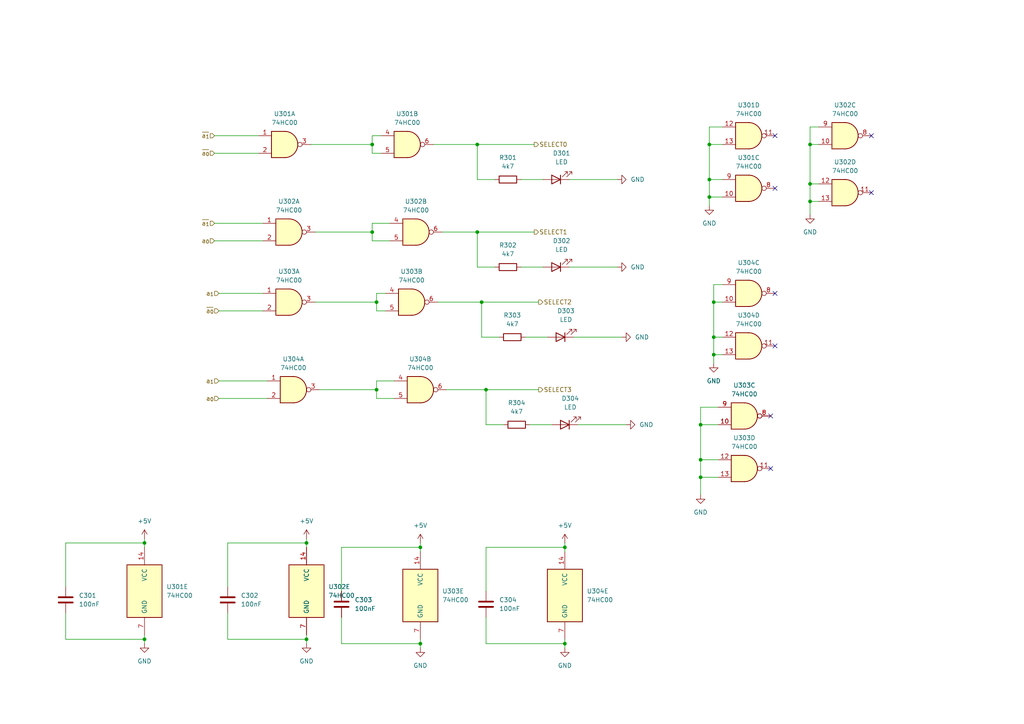
<source format=kicad_sch>
(kicad_sch (version 20211123) (generator eeschema)
  (paper "A4")
  (lib_symbols
    (symbol "74xx:74HC00" (pin_names (offset 1.016))
      (property "Reference" "U" (at 0 1.27 0))
      (property "Value" "74HC00" (at 0 -1.27 0))
      (symbol "74HC00_1_1"
        (arc (start 0 -3.81) (mid 3.81 0) (end 0 3.81) (stroke (width 0.254)) (fill (type background)))
        (polyline (pts (xy 0 3.81) (xy -3.81 3.81) (xy -3.81 -3.81) (xy 0 -3.81)) (stroke (width 0.254)) (fill (type background)))
        (pin input line (at -7.62 2.54 0) (length 3.81) (name "~") (number "1"))
        (pin input line (at -7.62 -2.54 0) (length 3.81) (name "~") (number "2"))
        (pin output inverted (at 7.62 0 180) (length 3.81) (name "~") (number "3"))
      )
      (symbol "74HC00_1_2"
        (arc (start -3.81 -3.81) (mid -2.589 0) (end -3.81 3.81) (stroke (width 0.254)))
        (arc (start -0.6096 -3.81) (mid 2.1842 -2.5851) (end 3.81 0) (stroke (width 0.254)) (fill (type background)))
        (polyline (pts (xy -3.81 -3.81) (xy -0.635 -3.81)) (stroke (width 0.254)) (fill (type background)))
        (polyline (pts (xy -3.81 3.81) (xy -0.635 3.81)) (stroke (width 0.254)) (fill (type background)))
        (polyline (pts (xy -0.635 3.81) (xy -3.81 3.81) (xy -3.81 3.81) (xy -3.556 3.4036) (xy -3.0226 2.2606) (xy -2.6924 1.0414) (xy -2.6162 -0.254) (xy -2.7686 -1.4986) (xy -3.175 -2.7178) (xy -3.81 -3.81) (xy -3.81 -3.81) (xy -0.635 -3.81)) (stroke (width -25.4)) (fill (type background)))
        (arc (start 3.81 0) (mid 2.1915 2.5936) (end -0.6096 3.81) (stroke (width 0.254)) (fill (type background)))
        (pin input inverted (at -7.62 2.54 0) (length 4.318) (name "~") (number "1"))
        (pin input inverted (at -7.62 -2.54 0) (length 4.318) (name "~") (number "2"))
        (pin output line (at 7.62 0 180) (length 3.81) (name "~") (number "3"))
      )
      (symbol "74HC00_2_1"
        (arc (start 0 -3.81) (mid 3.81 0) (end 0 3.81) (stroke (width 0.254)) (fill (type background)))
        (polyline (pts (xy 0 3.81) (xy -3.81 3.81) (xy -3.81 -3.81) (xy 0 -3.81)) (stroke (width 0.254)) (fill (type background)))
        (pin input line (at -7.62 2.54 0) (length 3.81) (name "~") (number "4"))
        (pin input line (at -7.62 -2.54 0) (length 3.81) (name "~") (number "5"))
        (pin output inverted (at 7.62 0 180) (length 3.81) (name "~") (number "6"))
      )
      (symbol "74HC00_2_2"
        (arc (start -3.81 -3.81) (mid -2.589 0) (end -3.81 3.81) (stroke (width 0.254)))
        (arc (start -0.6096 -3.81) (mid 2.1842 -2.5851) (end 3.81 0) (stroke (width 0.254)) (fill (type background)))
        (polyline (pts (xy -3.81 -3.81) (xy -0.635 -3.81)) (stroke (width 0.254)) (fill (type background)))
        (polyline (pts (xy -3.81 3.81) (xy -0.635 3.81)) (stroke (width 0.254)) (fill (type background)))
        (polyline (pts (xy -0.635 3.81) (xy -3.81 3.81) (xy -3.81 3.81) (xy -3.556 3.4036) (xy -3.0226 2.2606) (xy -2.6924 1.0414) (xy -2.6162 -0.254) (xy -2.7686 -1.4986) (xy -3.175 -2.7178) (xy -3.81 -3.81) (xy -3.81 -3.81) (xy -0.635 -3.81)) (stroke (width -25.4)) (fill (type background)))
        (arc (start 3.81 0) (mid 2.1915 2.5936) (end -0.6096 3.81) (stroke (width 0.254)) (fill (type background)))
        (pin input inverted (at -7.62 2.54 0) (length 4.318) (name "~") (number "4"))
        (pin input inverted (at -7.62 -2.54 0) (length 4.318) (name "~") (number "5"))
        (pin output line (at 7.62 0 180) (length 3.81) (name "~") (number "6"))
      )
      (symbol "74HC00_3_1"
        (arc (start 0 -3.81) (mid 3.81 0) (end 0 3.81) (stroke (width 0.254)) (fill (type background)))
        (polyline (pts (xy 0 3.81) (xy -3.81 3.81) (xy -3.81 -3.81) (xy 0 -3.81)) (stroke (width 0.254)) (fill (type background)))
        (pin input line (at -7.62 -2.54 0) (length 3.81) (name "~") (number "10"))
        (pin output inverted (at 7.62 0 180) (length 3.81) (name "~") (number "8"))
        (pin input line (at -7.62 2.54 0) (length 3.81) (name "~") (number "9"))
      )
      (symbol "74HC00_3_2"
        (arc (start -3.81 -3.81) (mid -2.589 0) (end -3.81 3.81) (stroke (width 0.254)))
        (arc (start -0.6096 -3.81) (mid 2.1842 -2.5851) (end 3.81 0) (stroke (width 0.254)) (fill (type background)))
        (polyline (pts (xy -3.81 -3.81) (xy -0.635 -3.81)) (stroke (width 0.254)) (fill (type background)))
        (polyline (pts (xy -3.81 3.81) (xy -0.635 3.81)) (stroke (width 0.254)) (fill (type background)))
        (polyline (pts (xy -0.635 3.81) (xy -3.81 3.81) (xy -3.81 3.81) (xy -3.556 3.4036) (xy -3.0226 2.2606) (xy -2.6924 1.0414) (xy -2.6162 -0.254) (xy -2.7686 -1.4986) (xy -3.175 -2.7178) (xy -3.81 -3.81) (xy -3.81 -3.81) (xy -0.635 -3.81)) (stroke (width -25.4)) (fill (type background)))
        (arc (start 3.81 0) (mid 2.1915 2.5936) (end -0.6096 3.81) (stroke (width 0.254)) (fill (type background)))
        (pin input inverted (at -7.62 -2.54 0) (length 4.318) (name "~") (number "10"))
        (pin output line (at 7.62 0 180) (length 3.81) (name "~") (number "8"))
        (pin input inverted (at -7.62 2.54 0) (length 4.318) (name "~") (number "9"))
      )
      (symbol "74HC00_4_1"
        (arc (start 0 -3.81) (mid 3.81 0) (end 0 3.81) (stroke (width 0.254)) (fill (type background)))
        (polyline (pts (xy 0 3.81) (xy -3.81 3.81) (xy -3.81 -3.81) (xy 0 -3.81)) (stroke (width 0.254)) (fill (type background)))
        (pin output inverted (at 7.62 0 180) (length 3.81) (name "~") (number "11"))
        (pin input line (at -7.62 2.54 0) (length 3.81) (name "~") (number "12"))
        (pin input line (at -7.62 -2.54 0) (length 3.81) (name "~") (number "13"))
      )
      (symbol "74HC00_4_2"
        (arc (start -3.81 -3.81) (mid -2.589 0) (end -3.81 3.81) (stroke (width 0.254)))
        (arc (start -0.6096 -3.81) (mid 2.1842 -2.5851) (end 3.81 0) (stroke (width 0.254)) (fill (type background)))
        (polyline (pts (xy -3.81 -3.81) (xy -0.635 -3.81)) (stroke (width 0.254)) (fill (type background)))
        (polyline (pts (xy -3.81 3.81) (xy -0.635 3.81)) (stroke (width 0.254)) (fill (type background)))
        (polyline (pts (xy -0.635 3.81) (xy -3.81 3.81) (xy -3.81 3.81) (xy -3.556 3.4036) (xy -3.0226 2.2606) (xy -2.6924 1.0414) (xy -2.6162 -0.254) (xy -2.7686 -1.4986) (xy -3.175 -2.7178) (xy -3.81 -3.81) (xy -3.81 -3.81) (xy -0.635 -3.81)) (stroke (width -25.4)) (fill (type background)))
        (arc (start 3.81 0) (mid 2.1915 2.5936) (end -0.6096 3.81) (stroke (width 0.254)) (fill (type background)))
        (pin output line (at 7.62 0 180) (length 3.81) (name "~") (number "11"))
        (pin input inverted (at -7.62 2.54 0) (length 4.318) (name "~") (number "12"))
        (pin input inverted (at -7.62 -2.54 0) (length 4.318) (name "~") (number "13"))
      )
      (symbol "74HC00_5_0"
        (pin power_in line (at 0 12.7 270) (length 5.08) (name "VCC") (number "14"))
        (pin power_in line (at 0 -12.7 90) (length 5.08) (name "GND") (number "7"))
      )
      (symbol "74HC00_5_1"
        (rectangle (start -5.08 7.62) (end 5.08 -7.62) (stroke (width 0.254)) (fill (type background)))
      )
    )
    (symbol "Device:C" (pin_numbers hide) (pin_names (offset 0.254))
      (property "Reference" "C" (at 0.635 2.54 0))
      (property "Value" "C" (at 0.635 -2.54 0))
      (symbol "C_0_1"
        (polyline (pts (xy -2.032 -0.762) (xy 2.032 -0.762)) (stroke (width 0.508)))
        (polyline (pts (xy -2.032 0.762) (xy 2.032 0.762)) (stroke (width 0.508)))
      )
      (symbol "C_1_1"
        (pin passive line (at 0 3.81 270) (length 2.794) (name "~") (number "1"))
        (pin passive line (at 0 -3.81 90) (length 2.794) (name "~") (number "2"))
      )
    )
    (symbol "Device:LED" (pin_numbers hide) (pin_names (offset 1.016) hide)
      (property "Reference" "D" (at 0 2.54 0))
      (property "Value" "LED" (at 0 -2.54 0))
      (symbol "LED_0_1"
        (polyline (pts (xy -1.27 -1.27) (xy -1.27 1.27)) (stroke (width 0.254)))
        (polyline (pts (xy -1.27 0) (xy 1.27 0)))
        (polyline (pts (xy 1.27 -1.27) (xy 1.27 1.27) (xy -1.27 0) (xy 1.27 -1.27)) (stroke (width 0.254)))
        (polyline (pts (xy -3.048 -0.762) (xy -4.572 -2.286) (xy -3.81 -2.286) (xy -4.572 -2.286) (xy -4.572 -1.524)))
        (polyline (pts (xy -1.778 -0.762) (xy -3.302 -2.286) (xy -2.54 -2.286) (xy -3.302 -2.286) (xy -3.302 -1.524)))
      )
      (symbol "LED_1_1"
        (pin passive line (at -3.81 0 0) (length 2.54) (name "K") (number "1"))
        (pin passive line (at 3.81 0 180) (length 2.54) (name "A") (number "2"))
      )
    )
    (symbol "Device:R" (pin_numbers hide) (pin_names (offset 0))
      (property "Reference" "R" (at 2.032 0 90))
      (property "Value" "R" (at 0 0 90))
      (symbol "R_0_1"
        (rectangle (start -1.016 -2.54) (end 1.016 2.54) (stroke (width 0.254)))
      )
      (symbol "R_1_1"
        (pin passive line (at 0 3.81 270) (length 1.27) (name "~") (number "1"))
        (pin passive line (at 0 -3.81 90) (length 1.27) (name "~") (number "2"))
      )
    )
    (symbol "power:+5V" (power) (pin_names (offset 0))
      (property "Value" "+5V" (at 0 3.556 0))
      (symbol "+5V_0_1"
        (polyline (pts (xy -0.762 1.27) (xy 0 2.54)))
        (polyline (pts (xy 0 0) (xy 0 2.54)))
        (polyline (pts (xy 0 2.54) (xy 0.762 1.27)))
      )
      (symbol "+5V_1_1"
        (pin power_in line (at 0 0 90) (length 0) hide (name "+5V") (number "1"))
      )
    )
    (symbol "power:GND" (power) (pin_names (offset 0))
      (property "Value" "GND" (at 0 -3.81 0))
      (symbol "GND_0_1"
        (polyline (pts (xy 0 0) (xy 0 -1.27) (xy 1.27 -1.27) (xy 0 -2.54) (xy -1.27 -1.27) (xy 0 -1.27)))
      )
      (symbol "GND_1_1"
        (pin power_in line (at 0 0 270) (length 0) hide (name "GND") (number "1"))
      )
    )
  )
  (junction (at 109.22 113.03))
  (junction (at 234.95 41.91))
  (junction (at 205.74 41.91))
  (junction (at 205.74 57.15))
  (junction (at 203.2 123.19))
  (junction (at 121.92 186.69))
  (junction (at 207.01 102.87))
  (junction (at 203.2 138.43))
  (junction (at 88.9 157.48))
  (junction (at 207.01 97.79))
  (junction (at 88.9 185.42))
  (junction (at 138.43 41.91))
  (junction (at 163.83 186.69))
  (junction (at 234.95 53.34))
  (junction (at 107.95 67.31))
  (junction (at 207.01 87.63))
  (junction (at 163.83 158.75))
  (junction (at 234.95 58.42))
  (junction (at 41.91 157.48))
  (junction (at 205.74 52.07))
  (junction (at 139.7 87.63))
  (junction (at 121.92 158.75))
  (junction (at 41.91 185.42))
  (junction (at 203.2 133.35))
  (junction (at 138.43 67.31))
  (junction (at 140.97 113.03))
  (junction (at 107.95 41.91))
  (junction (at 109.22 87.63))
  (no_connect (at 224.79 85.09))
  (no_connect (at 224.79 54.61))
  (no_connect (at 224.79 100.33))
  (no_connect (at 252.73 39.37))
  (no_connect (at 223.52 135.89))
  (no_connect (at 223.52 120.65))
  (no_connect (at 224.79 39.37))
  (no_connect (at 252.73 55.88))
  (wire (pts (xy 138.43 52.07) (xy 138.43 41.91)))
  (wire (pts (xy 19.05 185.42) (xy 41.91 185.42)))
  (wire (pts (xy 151.13 52.07) (xy 157.48 52.07)))
  (wire (pts (xy 88.9 156.21) (xy 88.9 157.48)))
  (wire (pts (xy 63.5 110.49) (xy 77.47 110.49)))
  (wire (pts (xy 88.9 157.48) (xy 66.04 157.48)))
  (wire (pts (xy 139.7 87.63) (xy 156.21 87.63)))
  (wire (pts (xy 203.2 118.11) (xy 208.28 118.11)))
  (wire (pts (xy 107.95 64.77) (xy 113.03 64.77)))
  (wire (pts (xy 66.04 157.48) (xy 66.04 170.18)))
  (wire (pts (xy 146.05 123.19) (xy 140.97 123.19)))
  (wire (pts (xy 88.9 185.42) (xy 88.9 186.69)))
  (wire (pts (xy 91.44 87.63) (xy 109.22 87.63)))
  (wire (pts (xy 109.22 90.17) (xy 111.76 90.17)))
  (wire (pts (xy 203.2 133.35) (xy 208.28 133.35)))
  (wire (pts (xy 163.83 157.48) (xy 163.83 158.75)))
  (wire (pts (xy 234.95 53.34) (xy 234.95 41.91)))
  (wire (pts (xy 138.43 67.31) (xy 154.94 67.31)))
  (wire (pts (xy 205.74 41.91) (xy 209.55 41.91)))
  (wire (pts (xy 91.44 67.31) (xy 107.95 67.31)))
  (wire (pts (xy 62.23 39.37) (xy 74.93 39.37)))
  (wire (pts (xy 128.27 67.31) (xy 138.43 67.31)))
  (wire (pts (xy 165.1 77.47) (xy 179.07 77.47)))
  (wire (pts (xy 203.2 123.19) (xy 203.2 118.11)))
  (wire (pts (xy 205.74 41.91) (xy 205.74 36.83)))
  (wire (pts (xy 139.7 97.79) (xy 139.7 87.63)))
  (wire (pts (xy 203.2 138.43) (xy 208.28 138.43)))
  (wire (pts (xy 121.92 186.69) (xy 121.92 187.96)))
  (wire (pts (xy 163.83 186.69) (xy 163.83 187.96)))
  (wire (pts (xy 203.2 143.51) (xy 203.2 138.43)))
  (wire (pts (xy 234.95 58.42) (xy 234.95 53.34)))
  (wire (pts (xy 99.06 158.75) (xy 99.06 171.45)))
  (wire (pts (xy 138.43 77.47) (xy 138.43 67.31)))
  (wire (pts (xy 63.5 85.09) (xy 76.2 85.09)))
  (wire (pts (xy 114.3 115.57) (xy 109.22 115.57)))
  (wire (pts (xy 167.64 123.19) (xy 181.61 123.19)))
  (wire (pts (xy 109.22 110.49) (xy 114.3 110.49)))
  (wire (pts (xy 140.97 186.69) (xy 163.83 186.69)))
  (wire (pts (xy 121.92 157.48) (xy 121.92 158.75)))
  (wire (pts (xy 234.95 41.91) (xy 237.49 41.91)))
  (wire (pts (xy 107.95 39.37) (xy 110.49 39.37)))
  (wire (pts (xy 109.22 87.63) (xy 109.22 85.09)))
  (wire (pts (xy 121.92 158.75) (xy 99.06 158.75)))
  (wire (pts (xy 19.05 157.48) (xy 19.05 170.18)))
  (wire (pts (xy 166.37 97.79) (xy 180.34 97.79)))
  (wire (pts (xy 207.01 87.63) (xy 209.55 87.63)))
  (wire (pts (xy 109.22 90.17) (xy 109.22 87.63)))
  (wire (pts (xy 109.22 113.03) (xy 109.22 110.49)))
  (wire (pts (xy 165.1 52.07) (xy 179.07 52.07)))
  (wire (pts (xy 207.01 82.55) (xy 209.55 82.55)))
  (wire (pts (xy 99.06 186.69) (xy 121.92 186.69)))
  (wire (pts (xy 62.23 64.77) (xy 76.2 64.77)))
  (wire (pts (xy 107.95 44.45) (xy 107.95 41.91)))
  (wire (pts (xy 234.95 41.91) (xy 234.95 36.83)))
  (wire (pts (xy 113.03 69.85) (xy 107.95 69.85)))
  (wire (pts (xy 109.22 85.09) (xy 111.76 85.09)))
  (wire (pts (xy 234.95 62.23) (xy 234.95 58.42)))
  (wire (pts (xy 121.92 186.69) (xy 121.92 185.42)))
  (wire (pts (xy 140.97 113.03) (xy 156.21 113.03)))
  (wire (pts (xy 66.04 185.42) (xy 88.9 185.42)))
  (wire (pts (xy 203.2 133.35) (xy 203.2 123.19)))
  (wire (pts (xy 63.5 90.17) (xy 76.2 90.17)))
  (wire (pts (xy 41.91 185.42) (xy 41.91 186.69)))
  (wire (pts (xy 109.22 115.57) (xy 109.22 113.03)))
  (wire (pts (xy 143.51 77.47) (xy 138.43 77.47)))
  (wire (pts (xy 163.83 158.75) (xy 163.83 160.02)))
  (wire (pts (xy 144.78 97.79) (xy 139.7 97.79)))
  (wire (pts (xy 88.9 185.42) (xy 88.9 184.15)))
  (wire (pts (xy 205.74 59.69) (xy 205.74 57.15)))
  (wire (pts (xy 41.91 185.42) (xy 41.91 184.15)))
  (wire (pts (xy 63.5 115.57) (xy 77.47 115.57)))
  (wire (pts (xy 107.95 67.31) (xy 107.95 64.77)))
  (wire (pts (xy 88.9 157.48) (xy 88.9 158.75)))
  (wire (pts (xy 205.74 57.15) (xy 209.55 57.15)))
  (wire (pts (xy 207.01 97.79) (xy 209.55 97.79)))
  (wire (pts (xy 66.04 177.8) (xy 66.04 185.42)))
  (wire (pts (xy 207.01 105.41) (xy 207.01 102.87)))
  (wire (pts (xy 19.05 177.8) (xy 19.05 185.42)))
  (wire (pts (xy 41.91 157.48) (xy 41.91 158.75)))
  (wire (pts (xy 99.06 179.07) (xy 99.06 186.69)))
  (wire (pts (xy 207.01 102.87) (xy 207.01 97.79)))
  (wire (pts (xy 153.67 123.19) (xy 160.02 123.19)))
  (wire (pts (xy 234.95 36.83) (xy 237.49 36.83)))
  (wire (pts (xy 110.49 44.45) (xy 107.95 44.45)))
  (wire (pts (xy 127 87.63) (xy 139.7 87.63)))
  (wire (pts (xy 234.95 53.34) (xy 237.49 53.34)))
  (wire (pts (xy 140.97 123.19) (xy 140.97 113.03)))
  (wire (pts (xy 234.95 58.42) (xy 237.49 58.42)))
  (wire (pts (xy 140.97 158.75) (xy 140.97 171.45)))
  (wire (pts (xy 205.74 36.83) (xy 209.55 36.83)))
  (wire (pts (xy 152.4 97.79) (xy 158.75 97.79)))
  (wire (pts (xy 129.54 113.03) (xy 140.97 113.03)))
  (wire (pts (xy 203.2 138.43) (xy 203.2 133.35)))
  (wire (pts (xy 163.83 186.69) (xy 163.83 185.42)))
  (wire (pts (xy 203.2 123.19) (xy 208.28 123.19)))
  (wire (pts (xy 143.51 52.07) (xy 138.43 52.07)))
  (wire (pts (xy 207.01 87.63) (xy 207.01 82.55)))
  (wire (pts (xy 92.71 113.03) (xy 109.22 113.03)))
  (wire (pts (xy 205.74 52.07) (xy 205.74 41.91)))
  (wire (pts (xy 207.01 97.79) (xy 207.01 87.63)))
  (wire (pts (xy 138.43 41.91) (xy 154.94 41.91)))
  (wire (pts (xy 151.13 77.47) (xy 157.48 77.47)))
  (wire (pts (xy 90.17 41.91) (xy 107.95 41.91)))
  (wire (pts (xy 207.01 102.87) (xy 209.55 102.87)))
  (wire (pts (xy 62.23 69.85) (xy 76.2 69.85)))
  (wire (pts (xy 125.73 41.91) (xy 138.43 41.91)))
  (wire (pts (xy 41.91 157.48) (xy 19.05 157.48)))
  (wire (pts (xy 140.97 179.07) (xy 140.97 186.69)))
  (wire (pts (xy 121.92 158.75) (xy 121.92 160.02)))
  (wire (pts (xy 107.95 41.91) (xy 107.95 39.37)))
  (wire (pts (xy 62.23 44.45) (xy 74.93 44.45)))
  (wire (pts (xy 205.74 52.07) (xy 209.55 52.07)))
  (wire (pts (xy 163.83 158.75) (xy 140.97 158.75)))
  (wire (pts (xy 41.91 156.21) (xy 41.91 157.48)))
  (wire (pts (xy 205.74 57.15) (xy 205.74 52.07)))
  (wire (pts (xy 107.95 69.85) (xy 107.95 67.31)))
  (hierarchical_label "a_{0}" (shape input) (at 62.23 69.85 180))
  (hierarchical_label "a_{1}" (shape input) (at 63.5 85.09 180))
  (hierarchical_label "~{a_{1}}" (shape input) (at 62.23 39.37 180))
  (hierarchical_label "~{a_{0}}" (shape input) (at 63.5 90.17 180))
  (hierarchical_label "SELECT3" (shape output) (at 156.21 113.03 0))
  (hierarchical_label "~{a_{0}}" (shape input) (at 62.23 44.45 180))
  (hierarchical_label "SELECT2" (shape output) (at 156.21 87.63 0))
  (hierarchical_label "SELECT0" (shape output) (at 154.94 41.91 0))
  (hierarchical_label "a_{0}" (shape input) (at 63.5 115.57 180))
  (hierarchical_label "~{a_{1}}" (shape input) (at 62.23 64.77 180))
  (hierarchical_label "a_{1}" (shape input) (at 63.5 110.49 180))
  (hierarchical_label "SELECT1" (shape output) (at 154.94 67.31 0))
  (symbol (lib_id "Device:C") (at 66.04 173.99 180) (unit 1)
    (property "Reference" "C302" (at 69.85 172.7199 0) (effects (justify right)))
    (property "Value" "100nF" (at 69.85 175.2599 0) (effects (justify right)))
    (property "Footprint" "Capacitor_THT:C_Disc_D5.0mm_W2.5mm_P5.00mm" (effects hide))
  )
  (symbol (lib_id "74xx:74HC00") (at 120.65 67.31 0) (unit 2)
    (property "Reference" "U302" (at 120.65 58.42 0))
    (property "Value" "74HC00" (at 120.65 60.96 0))
    (property "Footprint" "Package_DIP:DIP-14_W7.62mm_Socket" (effects hide))
    (property "Datasheet" "http://www.ti.com/lit/gpn/sn74hc00" (effects hide))
  )
  (symbol (lib_id "power:+5V") (at 163.83 157.48 0) (unit 1)
    (property "Reference" "#PWR0307" (effects hide))
    (property "Value" "+5V" (at 163.83 152.4 0))
  )
  (symbol (lib_id "74xx:74HC00") (at 121.92 113.03 0) (unit 2)
    (property "Reference" "U304" (at 121.92 104.14 0))
    (property "Value" "74HC00" (at 121.92 106.68 0))
    (property "Footprint" "Package_DIP:DIP-14_W7.62mm_Socket" (effects hide))
    (property "Datasheet" "http://www.ti.com/lit/gpn/sn74hc00" (effects hide))
  )
  (symbol (lib_id "74xx:74HC00") (at 215.9 135.89 0) (unit 4)
    (property "Reference" "U303" (at 215.9 127 0))
    (property "Value" "74HC00" (at 215.9 129.54 0))
    (property "Footprint" "Package_DIP:DIP-14_W7.62mm_Socket" (effects hide))
    (property "Datasheet" "http://www.ti.com/lit/gpn/sn74hc00" (effects hide))
  )
  (symbol (lib_id "74xx:74HC00") (at 85.09 113.03 0) (unit 1)
    (property "Reference" "U304" (at 85.09 104.14 0))
    (property "Value" "74HC00" (at 85.09 106.68 0))
    (property "Footprint" "Package_DIP:DIP-14_W7.62mm_Socket" (effects hide))
    (property "Datasheet" "http://www.ti.com/lit/gpn/sn74hc00" (effects hide))
  )
  (symbol (lib_id "74xx:74HC00") (at 217.17 39.37 0) (unit 4)
    (property "Reference" "U301" (at 217.17 30.48 0))
    (property "Value" "74HC00" (at 217.17 33.02 0))
    (property "Footprint" "Package_DIP:DIP-14_W7.62mm_Socket" (effects hide))
    (property "Datasheet" "http://www.ti.com/lit/gpn/sn74hc00" (effects hide))
  )
  (symbol (lib_id "74xx:74HC00") (at 217.17 85.09 0) (unit 3)
    (property "Reference" "U304" (at 217.17 76.2 0))
    (property "Value" "74HC00" (at 217.17 78.74 0))
    (property "Footprint" "Package_DIP:DIP-14_W7.62mm_Socket" (effects hide))
    (property "Datasheet" "http://www.ti.com/lit/gpn/sn74hc00" (effects hide))
  )
  (symbol (lib_id "Device:LED") (at 161.29 52.07 180) (unit 1)
    (property "Reference" "D301" (at 162.8775 44.45 0))
    (property "Value" "LED" (at 162.8775 46.99 0))
    (property "Footprint" "LED_THT:LED_D3.0mm" (effects hide))
  )
  (symbol (lib_id "power:GND") (at 88.9 186.69 0) (unit 1)
    (property "Reference" "#PWR0304" (effects hide))
    (property "Value" "GND" (at 88.9 191.77 0))
  )
  (symbol (lib_id "74xx:74HC00") (at 118.11 41.91 0) (unit 2)
    (property "Reference" "U301" (at 118.11 33.02 0))
    (property "Value" "74HC00" (at 118.11 35.56 0))
    (property "Footprint" "Package_DIP:DIP-14_W7.62mm_Socket" (effects hide))
    (property "Datasheet" "http://www.ti.com/lit/gpn/sn74hc00" (effects hide))
  )
  (symbol (lib_id "power:GND") (at 179.07 77.47 90) (unit 1)
    (property "Reference" "#PWR0310" (effects hide))
    (property "Value" "GND" (at 182.88 77.4699 90) (effects (justify right)))
  )
  (symbol (lib_id "74xx:74HC00") (at 82.55 41.91 0) (unit 1)
    (property "Reference" "U301" (at 82.55 33.02 0))
    (property "Value" "74HC00" (at 82.55 35.56 0))
    (property "Footprint" "Package_DIP:DIP-14_W7.62mm_Socket" (effects hide))
    (property "Datasheet" "http://www.ti.com/lit/gpn/sn74hc00" (effects hide))
  )
  (symbol (lib_id "74xx:74HC00") (at 245.11 55.88 0) (unit 4)
    (property "Reference" "U302" (at 245.11 46.99 0))
    (property "Value" "74HC00" (at 245.11 49.53 0))
    (property "Footprint" "Package_DIP:DIP-14_W7.62mm_Socket" (effects hide))
    (property "Datasheet" "http://www.ti.com/lit/gpn/sn74hc00" (effects hide))
  )
  (symbol (lib_id "74xx:74HC00") (at 88.9 171.45 0) (unit 5)
    (property "Reference" "U302" (at 95.25 170.1799 0) (effects (justify left)))
    (property "Value" "74HC00" (at 95.25 172.7199 0) (effects (justify left)))
    (property "Footprint" "Package_DIP:DIP-14_W7.62mm_Socket" (effects hide))
    (property "Datasheet" "http://www.ti.com/lit/gpn/sn74hc00" (effects hide))
  )
  (symbol (lib_id "74xx:74HC00") (at 121.92 172.72 0) (unit 5)
    (property "Reference" "U303" (at 128.27 171.4499 0) (effects (justify left)))
    (property "Value" "74HC00" (at 128.27 173.9899 0) (effects (justify left)))
    (property "Footprint" "Package_DIP:DIP-14_W7.62mm_Socket" (effects hide))
    (property "Datasheet" "http://www.ti.com/lit/gpn/sn74hc00" (effects hide))
  )
  (symbol (lib_id "Device:LED") (at 162.56 97.79 180) (unit 1)
    (property "Reference" "D303" (at 164.1475 90.17 0))
    (property "Value" "LED" (at 164.1475 92.71 0))
    (property "Footprint" "LED_THT:LED_D3.0mm" (effects hide))
  )
  (symbol (lib_id "power:GND") (at 181.61 123.19 90) (unit 1)
    (property "Reference" "#PWR0312" (effects hide))
    (property "Value" "GND" (at 185.42 123.1899 90) (effects (justify right)))
  )
  (symbol (lib_id "Device:LED") (at 161.29 77.47 180) (unit 1)
    (property "Reference" "D302" (at 162.8775 69.85 0))
    (property "Value" "LED" (at 162.8775 72.39 0))
    (property "Footprint" "LED_THT:LED_D3.0mm" (effects hide))
  )
  (symbol (lib_id "power:+5V") (at 121.92 157.48 0) (unit 1)
    (property "Reference" "#PWR0305" (effects hide))
    (property "Value" "+5V" (at 121.92 152.4 0))
  )
  (symbol (lib_id "power:+5V") (at 41.91 156.21 0) (unit 1)
    (property "Reference" "#PWR0301" (effects hide))
    (property "Value" "+5V" (at 41.91 151.13 0))
  )
  (symbol (lib_id "power:GND") (at 180.34 97.79 90) (unit 1)
    (property "Reference" "#PWR0311" (effects hide))
    (property "Value" "GND" (at 184.15 97.7899 90) (effects (justify right)))
  )
  (symbol (lib_id "Device:R") (at 149.86 123.19 90) (unit 1)
    (property "Reference" "R304" (at 149.86 116.84 90))
    (property "Value" "4k7" (at 149.86 119.38 90))
    (property "Footprint" "Resistor_THT:R_Axial_DIN0207_L6.3mm_D2.5mm_P7.62mm_Horizontal" (effects hide))
  )
  (symbol (lib_id "74xx:74HC00") (at 83.82 87.63 0) (unit 1)
    (property "Reference" "U303" (at 83.82 78.74 0))
    (property "Value" "74HC00" (at 83.82 81.28 0))
    (property "Footprint" "Package_DIP:DIP-14_W7.62mm_Socket" (effects hide))
    (property "Datasheet" "http://www.ti.com/lit/gpn/sn74hc00" (effects hide))
  )
  (symbol (lib_id "74xx:74HC00") (at 41.91 171.45 0) (unit 5)
    (property "Reference" "U301" (at 48.26 170.1799 0) (effects (justify left)))
    (property "Value" "74HC00" (at 48.26 172.7199 0) (effects (justify left)))
    (property "Footprint" "Package_DIP:DIP-14_W7.62mm_Socket" (effects hide))
    (property "Datasheet" "http://www.ti.com/lit/gpn/sn74hc00" (effects hide))
  )
  (symbol (lib_id "Device:C") (at 140.97 175.26 180) (unit 1)
    (property "Reference" "C304" (at 144.78 173.9899 0) (effects (justify right)))
    (property "Value" "100nF" (at 144.78 176.5299 0) (effects (justify right)))
    (property "Footprint" "Capacitor_THT:C_Disc_D5.0mm_W2.5mm_P5.00mm" (effects hide))
  )
  (symbol (lib_id "Device:R") (at 147.32 52.07 90) (unit 1)
    (property "Reference" "R301" (at 147.32 45.72 90))
    (property "Value" "4k7" (at 147.32 48.26 90))
    (property "Footprint" "Resistor_THT:R_Axial_DIN0207_L6.3mm_D2.5mm_P7.62mm_Horizontal" (effects hide))
  )
  (symbol (lib_id "74xx:74HC00") (at 163.83 172.72 0) (unit 5)
    (property "Reference" "U304" (at 170.18 171.4499 0) (effects (justify left)))
    (property "Value" "74HC00" (at 170.18 173.9899 0) (effects (justify left)))
    (property "Footprint" "Package_DIP:DIP-14_W7.62mm_Socket" (effects hide))
    (property "Datasheet" "http://www.ti.com/lit/gpn/sn74hc00" (effects hide))
  )
  (symbol (lib_id "74xx:74HC00") (at 217.17 100.33 0) (unit 4)
    (property "Reference" "U304" (at 217.17 91.44 0))
    (property "Value" "74HC00" (at 217.17 93.98 0))
    (property "Footprint" "Package_DIP:DIP-14_W7.62mm_Socket" (effects hide))
    (property "Datasheet" "http://www.ti.com/lit/gpn/sn74hc00" (effects hide))
  )
  (symbol (lib_id "74xx:74HC00") (at 215.9 120.65 0) (unit 3)
    (property "Reference" "U303" (at 215.9 111.76 0))
    (property "Value" "74HC00" (at 215.9 114.3 0))
    (property "Footprint" "Package_DIP:DIP-14_W7.62mm_Socket" (effects hide))
    (property "Datasheet" "http://www.ti.com/lit/gpn/sn74hc00" (effects hide))
  )
  (symbol (lib_id "power:GND") (at 163.83 187.96 0) (unit 1)
    (property "Reference" "#PWR0308" (effects hide))
    (property "Value" "GND" (at 163.83 193.04 0))
  )
  (symbol (lib_id "power:GND") (at 234.95 62.23 0) (unit 1)
    (property "Reference" "#PWR0316" (effects hide))
    (property "Value" "GND" (at 234.95 67.31 0))
  )
  (symbol (lib_id "Device:C") (at 19.05 173.99 180) (unit 1)
    (property "Reference" "C301" (at 22.86 172.7199 0) (effects (justify right)))
    (property "Value" "100nF" (at 22.86 175.2599 0) (effects (justify right)))
    (property "Footprint" "Capacitor_THT:C_Disc_D5.0mm_W2.5mm_P5.00mm" (effects hide))
  )
  (symbol (lib_id "power:GND") (at 41.91 186.69 0) (unit 1)
    (property "Reference" "#PWR0302" (effects hide))
    (property "Value" "GND" (at 41.91 191.77 0))
  )
  (symbol (lib_id "74xx:74HC00") (at 119.38 87.63 0) (unit 2)
    (property "Reference" "U303" (at 119.38 78.74 0))
    (property "Value" "74HC00" (at 119.38 81.28 0))
    (property "Footprint" "Package_DIP:DIP-14_W7.62mm_Socket" (effects hide))
    (property "Datasheet" "http://www.ti.com/lit/gpn/sn74hc00" (effects hide))
  )
  (symbol (lib_id "power:GND") (at 203.2 143.51 0) (unit 1)
    (property "Reference" "#PWR0313" (effects hide))
    (property "Value" "GND" (at 203.2 148.59 0))
  )
  (symbol (lib_id "Device:R") (at 147.32 77.47 90) (unit 1)
    (property "Reference" "R302" (at 147.32 71.12 90))
    (property "Value" "4k7" (at 147.32 73.66 90))
    (property "Footprint" "Resistor_THT:R_Axial_DIN0207_L6.3mm_D2.5mm_P7.62mm_Horizontal" (effects hide))
  )
  (symbol (lib_id "Device:R") (at 148.59 97.79 90) (unit 1)
    (property "Reference" "R303" (at 148.59 91.44 90))
    (property "Value" "4k7" (at 148.59 93.98 90))
    (property "Footprint" "Resistor_THT:R_Axial_DIN0207_L6.3mm_D2.5mm_P7.62mm_Horizontal" (effects hide))
  )
  (symbol (lib_id "74xx:74HC00") (at 217.17 54.61 0) (unit 3)
    (property "Reference" "U301" (at 217.17 45.72 0))
    (property "Value" "74HC00" (at 217.17 48.26 0))
    (property "Footprint" "Package_DIP:DIP-14_W7.62mm_Socket" (effects hide))
    (property "Datasheet" "http://www.ti.com/lit/gpn/sn74hc00" (effects hide))
  )
  (symbol (lib_id "power:GND") (at 179.07 52.07 90) (unit 1)
    (property "Reference" "#PWR0309" (effects hide))
    (property "Value" "GND" (at 182.88 52.0699 90) (effects (justify right)))
  )
  (symbol (lib_id "74xx:74HC00") (at 245.11 39.37 0) (unit 3)
    (property "Reference" "U302" (at 245.11 30.48 0))
    (property "Value" "74HC00" (at 245.11 33.02 0))
    (property "Footprint" "Package_DIP:DIP-14_W7.62mm_Socket" (effects hide))
    (property "Datasheet" "http://www.ti.com/lit/gpn/sn74hc00" (effects hide))
  )
  (symbol (lib_id "power:GND") (at 121.92 187.96 0) (unit 1)
    (property "Reference" "#PWR0306" (effects hide))
    (property "Value" "GND" (at 121.92 193.04 0))
  )
  (symbol (lib_id "power:+5V") (at 88.9 156.21 0) (unit 1)
    (property "Reference" "#PWR0303" (effects hide))
    (property "Value" "+5V" (at 88.9 151.13 0))
  )
  (symbol (lib_id "power:GND") (at 207.01 105.41 0) (unit 1)
    (property "Reference" "#PWR0315" (effects hide))
    (property "Value" "GND" (at 207.01 110.49 0))
  )
  (symbol (lib_id "Device:LED") (at 163.83 123.19 180) (unit 1)
    (property "Reference" "D304" (at 165.4175 115.57 0))
    (property "Value" "LED" (at 165.4175 118.11 0))
    (property "Footprint" "LED_THT:LED_D3.0mm" (effects hide))
  )
  (symbol (lib_id "Device:C") (at 99.06 175.26 180) (unit 1)
    (property "Reference" "C303" (at 102.87 173.9899 0) (effects (justify right)))
    (property "Value" "100nF" (at 102.87 176.5299 0) (effects (justify right)))
    (property "Footprint" "Capacitor_THT:C_Disc_D5.0mm_W2.5mm_P5.00mm" (effects hide))
  )
  (symbol (lib_id "74xx:74HC00") (at 83.82 67.31 0) (unit 1)
    (property "Reference" "U302" (at 83.82 58.42 0))
    (property "Value" "74HC00" (at 83.82 60.96 0))
    (property "Footprint" "Package_DIP:DIP-14_W7.62mm_Socket" (effects hide))
    (property "Datasheet" "http://www.ti.com/lit/gpn/sn74hc00" (effects hide))
  )
  (symbol (lib_id "power:GND") (at 205.74 59.69 0) (unit 1)
    (property "Reference" "#PWR0314" (effects hide))
    (property "Value" "GND" (at 205.74 64.77 0))
  )
)
</source>
